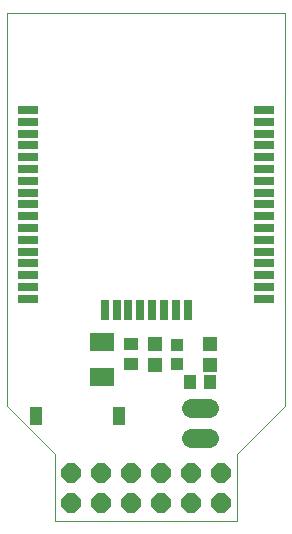
<source format=gts>
G75*
%MOIN*%
%OFA0B0*%
%FSLAX25Y25*%
%IPPOS*%
%LPD*%
%AMOC8*
5,1,8,0,0,1.08239X$1,22.5*
%
%ADD10C,0.00000*%
%ADD11R,0.08274X0.06306*%
%ADD12R,0.04652X0.04534*%
%ADD13C,0.06400*%
%ADD14OC8,0.06400*%
%ADD15R,0.03943X0.03943*%
%ADD16R,0.04337X0.04731*%
%ADD17R,0.04731X0.04337*%
%ADD18R,0.04337X0.05912*%
%ADD19R,0.07093X0.03156*%
%ADD20R,0.03156X0.07093*%
D10*
X0065100Y0041600D02*
X0065100Y0064000D01*
X0049100Y0080000D01*
X0049100Y0211100D01*
X0141900Y0211100D01*
X0141900Y0080000D01*
X0125900Y0064000D01*
X0125900Y0041600D01*
X0065100Y0041600D01*
D11*
X0080900Y0089694D03*
X0080900Y0101506D03*
D12*
X0098500Y0100745D03*
X0098500Y0093855D03*
X0116700Y0093855D03*
X0116700Y0100745D03*
D13*
X0116500Y0079500D02*
X0110500Y0079500D01*
X0110500Y0069500D02*
X0116500Y0069500D01*
D14*
X0120500Y0057800D03*
X0120500Y0047800D03*
X0110500Y0047800D03*
X0110500Y0057800D03*
X0100500Y0057800D03*
X0100500Y0047800D03*
X0090500Y0047800D03*
X0090500Y0057800D03*
X0080500Y0057800D03*
X0080500Y0047800D03*
X0070500Y0047800D03*
X0070500Y0057800D03*
D15*
X0105900Y0094150D03*
X0105900Y0100450D03*
D16*
X0110154Y0088000D03*
X0116846Y0088000D03*
D17*
X0090400Y0093954D03*
X0090400Y0100646D03*
D18*
X0086500Y0076800D03*
X0058941Y0076800D03*
D19*
X0056130Y0115731D03*
X0056130Y0119668D03*
X0056130Y0123605D03*
X0056130Y0127542D03*
X0056130Y0131479D03*
X0056130Y0135416D03*
X0056130Y0139353D03*
X0056130Y0143290D03*
X0056130Y0147227D03*
X0056130Y0151164D03*
X0056130Y0155101D03*
X0056130Y0159038D03*
X0056130Y0162975D03*
X0056130Y0166912D03*
X0056130Y0170849D03*
X0056130Y0174786D03*
X0056130Y0178723D03*
X0134870Y0178723D03*
X0134870Y0174786D03*
X0134870Y0170849D03*
X0134870Y0166912D03*
X0134870Y0162975D03*
X0134870Y0159038D03*
X0134870Y0155101D03*
X0134870Y0151164D03*
X0134870Y0147227D03*
X0134870Y0143290D03*
X0134870Y0139353D03*
X0134870Y0135416D03*
X0134870Y0131479D03*
X0134870Y0127542D03*
X0134870Y0123605D03*
X0134870Y0119668D03*
X0134870Y0115731D03*
D20*
X0109280Y0112187D03*
X0105343Y0112187D03*
X0101406Y0112187D03*
X0097469Y0112187D03*
X0093531Y0112187D03*
X0089594Y0112187D03*
X0085657Y0112187D03*
X0081720Y0112187D03*
M02*

</source>
